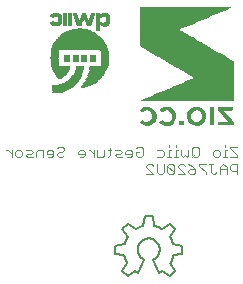
<source format=gbr>
G04 EAGLE Gerber RS-274X export*
G75*
%MOMM*%
%FSLAX34Y34*%
%LPD*%
%INSilkscreen Bottom*%
%IPPOS*%
%AMOC8*
5,1,8,0,0,1.08239X$1,22.5*%
G01*
%ADD10C,0.101600*%
%ADD11R,0.120000X0.020000*%
%ADD12R,0.340000X0.020000*%
%ADD13R,0.320000X0.020000*%
%ADD14R,0.140000X0.020000*%
%ADD15R,0.280000X0.020000*%
%ADD16R,0.360000X0.020000*%
%ADD17R,0.420000X0.020000*%
%ADD18R,0.380000X0.020000*%
%ADD19R,0.480000X0.020000*%
%ADD20R,0.540000X0.020000*%
%ADD21R,0.560000X0.020000*%
%ADD22R,0.400000X0.020000*%
%ADD23R,0.640000X0.020000*%
%ADD24R,0.620000X0.020000*%
%ADD25R,0.700000X0.020000*%
%ADD26R,0.660000X0.020000*%
%ADD27R,0.740000X0.020000*%
%ADD28R,1.080000X0.020000*%
%ADD29R,0.800000X0.020000*%
%ADD30R,1.100000X0.020000*%
%ADD31R,0.440000X0.020000*%
%ADD32R,0.840000X0.020000*%
%ADD33R,1.120000X0.020000*%
%ADD34R,0.460000X0.020000*%
%ADD35R,0.860000X0.020000*%
%ADD36R,0.900000X0.020000*%
%ADD37R,1.140000X0.020000*%
%ADD38R,0.920000X0.020000*%
%ADD39R,1.160000X0.020000*%
%ADD40R,0.960000X0.020000*%
%ADD41R,0.500000X0.020000*%
%ADD42R,0.520000X0.020000*%
%ADD43R,0.940000X0.020000*%
%ADD44R,0.260000X0.020000*%
%ADD45R,0.180000X0.020000*%
%ADD46R,0.580000X0.020000*%
%ADD47R,0.060000X0.020000*%
%ADD48R,0.600000X0.020000*%
%ADD49R,0.300000X0.020000*%
%ADD50R,0.040000X0.020000*%
%ADD51R,0.100000X0.020000*%
%ADD52R,0.160000X0.020000*%
%ADD53R,0.220000X0.020000*%
%ADD54R,0.980000X0.020000*%
%ADD55R,0.880000X0.020000*%
%ADD56R,0.760000X0.020000*%
%ADD57R,1.060000X0.020000*%
%ADD58R,0.720000X0.020000*%
%ADD59R,0.820000X0.020000*%
%ADD60R,1.180000X0.020000*%
%ADD61R,1.340000X0.020000*%
%ADD62R,1.460000X0.020000*%
%ADD63R,1.600000X0.020000*%
%ADD64R,1.700000X0.020000*%
%ADD65R,1.820000X0.020000*%
%ADD66R,1.900000X0.020000*%
%ADD67R,1.980000X0.020000*%
%ADD68R,2.100000X0.020000*%
%ADD69R,2.160000X0.020000*%
%ADD70R,2.260000X0.020000*%
%ADD71R,2.340000X0.020000*%
%ADD72R,2.400000X0.020000*%
%ADD73R,2.480000X0.020000*%
%ADD74R,2.540000X0.020000*%
%ADD75R,2.600000X0.020000*%
%ADD76R,2.680000X0.020000*%
%ADD77R,2.720000X0.020000*%
%ADD78R,2.800000X0.020000*%
%ADD79R,2.840000X0.020000*%
%ADD80R,2.900000X0.020000*%
%ADD81R,2.960000X0.020000*%
%ADD82R,3.000000X0.020000*%
%ADD83R,3.060000X0.020000*%
%ADD84R,3.120000X0.020000*%
%ADD85R,3.160000X0.020000*%
%ADD86R,3.200000X0.020000*%
%ADD87R,3.260000X0.020000*%
%ADD88R,3.300000X0.020000*%
%ADD89R,3.340000X0.020000*%
%ADD90R,3.380000X0.020000*%
%ADD91R,3.420000X0.020000*%
%ADD92R,3.460000X0.020000*%
%ADD93R,3.520000X0.020000*%
%ADD94R,3.540000X0.020000*%
%ADD95R,3.580000X0.020000*%
%ADD96R,3.620000X0.020000*%
%ADD97R,3.660000X0.020000*%
%ADD98R,3.700000X0.020000*%
%ADD99R,3.740000X0.020000*%
%ADD100R,3.780000X0.020000*%
%ADD101R,3.800000X0.020000*%
%ADD102R,3.840000X0.020000*%
%ADD103R,3.860000X0.020000*%
%ADD104R,3.900000X0.020000*%
%ADD105R,3.940000X0.020000*%
%ADD106R,3.960000X0.020000*%
%ADD107R,3.980000X0.020000*%
%ADD108R,4.020000X0.020000*%
%ADD109R,4.060000X0.020000*%
%ADD110R,4.080000X0.020000*%
%ADD111R,4.100000X0.020000*%
%ADD112R,4.120000X0.020000*%
%ADD113R,4.160000X0.020000*%
%ADD114R,4.180000X0.020000*%
%ADD115R,4.200000X0.020000*%
%ADD116R,4.240000X0.020000*%
%ADD117R,4.260000X0.020000*%
%ADD118R,4.280000X0.020000*%
%ADD119R,4.300000X0.020000*%
%ADD120R,4.320000X0.020000*%
%ADD121R,4.340000X0.020000*%
%ADD122R,4.380000X0.020000*%
%ADD123R,4.400000X0.020000*%
%ADD124R,4.440000X0.020000*%
%ADD125R,4.460000X0.020000*%
%ADD126R,4.500000X0.020000*%
%ADD127R,4.520000X0.020000*%
%ADD128R,4.540000X0.020000*%
%ADD129R,4.560000X0.020000*%
%ADD130R,4.580000X0.020000*%
%ADD131R,4.600000X0.020000*%
%ADD132R,4.620000X0.020000*%
%ADD133R,4.640000X0.020000*%
%ADD134R,4.660000X0.020000*%
%ADD135R,4.680000X0.020000*%
%ADD136R,4.700000X0.020000*%
%ADD137R,4.720000X0.020000*%
%ADD138R,4.740000X0.020000*%
%ADD139R,0.680000X0.020000*%
%ADD140R,1.480000X0.020000*%
%ADD141R,1.580000X0.020000*%
%ADD142R,1.560000X0.020000*%
%ADD143R,1.540000X0.020000*%
%ADD144R,1.520000X0.020000*%
%ADD145R,1.500000X0.020000*%
%ADD146R,1.440000X0.020000*%
%ADD147R,1.400000X0.020000*%
%ADD148R,1.420000X0.020000*%
%ADD149R,1.380000X0.020000*%
%ADD150R,1.360000X0.020000*%
%ADD151R,1.320000X0.020000*%
%ADD152R,1.300000X0.020000*%
%ADD153R,1.260000X0.020000*%
%ADD154R,1.220000X0.020000*%
%ADD155R,1.200000X0.020000*%
%ADD156R,1.040000X0.020000*%
%ADD157R,1.020000X0.020000*%
%ADD158R,1.000000X0.020000*%
%ADD159R,1.280000X0.020000*%
%ADD160R,0.780000X0.020000*%
%ADD161R,1.240000X0.020000*%
%ADD162R,0.020000X0.020000*%
%ADD163R,1.840000X0.020000*%
%ADD164R,1.800000X0.020000*%
%ADD165R,1.780000X0.020000*%
%ADD166R,1.760000X0.020000*%
%ADD167R,1.740000X0.020000*%
%ADD168R,1.680000X0.020000*%
%ADD169R,1.660000X0.020000*%
%ADD170R,1.620000X0.020000*%
%ADD171C,0.152400*%

G36*
X220661Y175154D02*
X220661Y175154D01*
X220660Y175154D01*
X220661Y175155D01*
X220658Y177545D01*
X220653Y179932D01*
X220650Y182321D01*
X220645Y184711D01*
X220642Y187098D01*
X220637Y189487D01*
X220634Y191874D01*
X220634Y191877D01*
X220629Y194264D01*
X220626Y196654D01*
X220624Y199041D01*
X220618Y201430D01*
X220616Y203817D01*
X220610Y206207D01*
X220608Y208594D01*
X220603Y208600D01*
X220602Y208604D01*
X218300Y209938D01*
X215998Y211271D01*
X213699Y212605D01*
X209096Y215272D01*
X206797Y216605D01*
X202194Y219272D01*
X199895Y220606D01*
X197593Y221939D01*
X195286Y223278D01*
X192980Y224614D01*
X190675Y225950D01*
X188368Y227289D01*
X186061Y228628D01*
X183757Y229964D01*
X181450Y231303D01*
X179146Y232642D01*
X176839Y233983D01*
X174558Y235316D01*
X176952Y236352D01*
X179377Y237381D01*
X181801Y238408D01*
X184228Y239432D01*
X186655Y240453D01*
X189082Y241475D01*
X191509Y242494D01*
X193938Y243515D01*
X196365Y244531D01*
X198672Y245499D01*
X200976Y246468D01*
X203283Y247433D01*
X205588Y248401D01*
X207895Y249367D01*
X210199Y250335D01*
X212506Y251303D01*
X214810Y252271D01*
X217117Y253239D01*
X219421Y254207D01*
X219422Y254207D01*
X220600Y254709D01*
X220603Y254714D01*
X220607Y254718D01*
X220606Y254720D01*
X220607Y254723D01*
X220600Y254726D01*
X220596Y254732D01*
X215294Y254732D01*
X212643Y254734D01*
X188786Y254734D01*
X186135Y254737D01*
X164933Y254737D01*
X162282Y254740D01*
X141076Y254740D01*
X141065Y254729D01*
X141065Y254728D01*
X141064Y254728D01*
X141067Y252335D01*
X141072Y249940D01*
X141075Y247548D01*
X141080Y245153D01*
X141083Y242761D01*
X141086Y240366D01*
X141091Y237971D01*
X141094Y235579D01*
X141099Y233184D01*
X141102Y230791D01*
X141107Y228396D01*
X141110Y226004D01*
X141115Y223609D01*
X141118Y221214D01*
X141123Y221208D01*
X141124Y221204D01*
X143420Y219876D01*
X145714Y218545D01*
X148010Y217217D01*
X150306Y215886D01*
X152600Y214555D01*
X154896Y213227D01*
X157190Y211896D01*
X159486Y210565D01*
X161782Y209237D01*
X164076Y207906D01*
X170981Y203906D01*
X173282Y202569D01*
X177886Y199902D01*
X180185Y198566D01*
X182486Y197233D01*
X184785Y195894D01*
X187064Y194567D01*
X184640Y193512D01*
X182184Y192470D01*
X179730Y191432D01*
X177274Y190395D01*
X174815Y189360D01*
X172356Y188325D01*
X169897Y187293D01*
X167438Y186261D01*
X165133Y185295D01*
X162826Y184327D01*
X160520Y183359D01*
X158213Y182394D01*
X155908Y181426D01*
X153601Y180457D01*
X151294Y179492D01*
X148990Y178524D01*
X146683Y177556D01*
X144379Y176588D01*
X142699Y175881D01*
X141018Y175174D01*
X141016Y175169D01*
X141011Y175165D01*
X141013Y175163D01*
X141012Y175160D01*
X141018Y175157D01*
X141023Y175151D01*
X146330Y175151D01*
X148984Y175148D01*
X183490Y175148D01*
X186143Y175146D01*
X217995Y175146D01*
X220649Y175143D01*
X220661Y175154D01*
G37*
G36*
X189446Y154002D02*
X189446Y154002D01*
X190835Y154071D01*
X190837Y154073D01*
X190838Y154072D01*
X193023Y154821D01*
X193024Y154823D01*
X193026Y154823D01*
X194925Y156132D01*
X194925Y156134D01*
X194927Y156134D01*
X196383Y157924D01*
X196383Y157926D01*
X196385Y157927D01*
X197257Y160061D01*
X197256Y160063D01*
X197258Y160064D01*
X197439Y162083D01*
X197438Y162084D01*
X197439Y162085D01*
X197210Y164096D01*
X197208Y164098D01*
X197209Y164100D01*
X196182Y166396D01*
X196180Y166397D01*
X196180Y166399D01*
X194524Y168293D01*
X194522Y168293D01*
X194521Y168295D01*
X192990Y169234D01*
X192989Y169234D01*
X192989Y169235D01*
X191319Y169904D01*
X191317Y169903D01*
X191316Y169905D01*
X189446Y170076D01*
X189132Y170105D01*
X189130Y170104D01*
X189129Y170105D01*
X186942Y169913D01*
X186941Y169911D01*
X186939Y169912D01*
X185061Y169147D01*
X185061Y169145D01*
X185059Y169146D01*
X183379Y168015D01*
X183378Y168013D01*
X183377Y168013D01*
X181952Y166324D01*
X181952Y166322D01*
X181950Y166321D01*
X181084Y164292D01*
X181084Y164290D01*
X181083Y164288D01*
X180819Y162094D01*
X180820Y162092D01*
X180819Y162091D01*
X180960Y160278D01*
X180962Y160276D01*
X180961Y160274D01*
X181585Y158568D01*
X181587Y158567D01*
X181586Y158565D01*
X182853Y156645D01*
X182855Y156644D01*
X182855Y156642D01*
X184615Y155165D01*
X184618Y155165D01*
X184618Y155163D01*
X186728Y154240D01*
X186730Y154241D01*
X186731Y154239D01*
X188774Y153967D01*
X188775Y153968D01*
X188776Y153967D01*
X189446Y154002D01*
G37*
G36*
X220661Y154250D02*
X220661Y154250D01*
X220660Y154250D01*
X220661Y154251D01*
X220656Y155558D01*
X220650Y156865D01*
X220647Y156869D01*
X220647Y156873D01*
X219221Y158526D01*
X216367Y161833D01*
X214940Y163487D01*
X212103Y166774D01*
X214139Y166787D01*
X216203Y166801D01*
X218265Y166814D01*
X220329Y166830D01*
X220341Y166841D01*
X220340Y166841D01*
X220341Y166842D01*
X220341Y169824D01*
X220330Y169836D01*
X220330Y169835D01*
X220329Y169836D01*
X207527Y169836D01*
X207516Y169825D01*
X207516Y169824D01*
X207515Y169824D01*
X207515Y167314D01*
X207519Y167310D01*
X207518Y167306D01*
X208956Y165637D01*
X210393Y163967D01*
X211828Y162295D01*
X213266Y160625D01*
X214701Y158956D01*
X216121Y157303D01*
X215484Y157295D01*
X215482Y157295D01*
X214525Y157283D01*
X214523Y157283D01*
X214005Y157277D01*
X213566Y157271D01*
X213564Y157271D01*
X212607Y157259D01*
X212605Y157259D01*
X212604Y157259D01*
X211864Y157250D01*
X211648Y157247D01*
X211646Y157247D01*
X210690Y157235D01*
X210688Y157235D01*
X209732Y157224D01*
X209730Y157224D01*
X209730Y157223D01*
X209722Y157223D01*
X208773Y157212D01*
X208771Y157212D01*
X207814Y157200D01*
X207812Y157200D01*
X207581Y157197D01*
X207569Y157186D01*
X207569Y157185D01*
X207539Y155718D01*
X207510Y154251D01*
X207520Y154239D01*
X207521Y154240D01*
X207522Y154239D01*
X220649Y154239D01*
X220661Y154250D01*
G37*
G36*
X165624Y154082D02*
X165624Y154082D01*
X165626Y154084D01*
X165628Y154083D01*
X167948Y154941D01*
X167949Y154944D01*
X167951Y154943D01*
X169893Y156474D01*
X169893Y156476D01*
X169895Y156477D01*
X171266Y158536D01*
X171266Y158538D01*
X171267Y158538D01*
X171830Y160213D01*
X171830Y160214D01*
X171829Y160215D01*
X171831Y160216D01*
X171959Y161985D01*
X171958Y161986D01*
X171959Y161986D01*
X171804Y163915D01*
X171802Y163916D01*
X171803Y163918D01*
X171118Y165723D01*
X171116Y165724D01*
X171117Y165726D01*
X169973Y167489D01*
X169970Y167489D01*
X169970Y167491D01*
X168373Y168854D01*
X168371Y168854D01*
X168370Y168856D01*
X166466Y169747D01*
X166464Y169746D01*
X166464Y169747D01*
X165125Y170073D01*
X165123Y170072D01*
X165122Y170073D01*
X164893Y170076D01*
X164891Y170076D01*
X164011Y170088D01*
X164009Y170088D01*
X163743Y170092D01*
X163743Y170091D01*
X163743Y170092D01*
X163591Y170088D01*
X163590Y170088D01*
X163088Y170076D01*
X163087Y170076D01*
X162585Y170064D01*
X162583Y170064D01*
X162393Y170060D01*
X162392Y170059D01*
X162391Y170059D01*
X161074Y169793D01*
X161073Y169792D01*
X161072Y169792D01*
X159594Y169203D01*
X159593Y169201D01*
X159592Y169202D01*
X158275Y168313D01*
X158274Y168310D01*
X158271Y168310D01*
X157791Y167544D01*
X157793Y167535D01*
X157792Y167530D01*
X158781Y166368D01*
X158782Y166367D01*
X159806Y165231D01*
X159812Y165230D01*
X159813Y165229D01*
X159818Y165229D01*
X159818Y165230D01*
X159822Y165229D01*
X159822Y165230D01*
X160413Y165664D01*
X162139Y166646D01*
X164100Y166907D01*
X165533Y166609D01*
X166759Y165812D01*
X167957Y164093D01*
X168366Y162039D01*
X167957Y159982D01*
X166759Y158266D01*
X165523Y157465D01*
X164076Y157168D01*
X162107Y157399D01*
X160389Y158406D01*
X159697Y158946D01*
X159681Y158945D01*
X158587Y157860D01*
X157497Y156772D01*
X157496Y156768D01*
X157496Y156767D01*
X157496Y156756D01*
X157497Y156756D01*
X157497Y156755D01*
X158001Y156238D01*
X158002Y156238D01*
X158002Y156237D01*
X159215Y155258D01*
X159217Y155258D01*
X159217Y155257D01*
X160582Y154502D01*
X160585Y154503D01*
X160586Y154501D01*
X163077Y153973D01*
X163078Y153974D01*
X163080Y153972D01*
X165624Y154082D01*
G37*
G36*
X148598Y153996D02*
X148598Y153996D01*
X148599Y153998D01*
X148601Y153997D01*
X150945Y154714D01*
X150946Y154716D01*
X150948Y154716D01*
X153029Y156145D01*
X153029Y156148D01*
X153031Y156148D01*
X154536Y158172D01*
X154535Y158175D01*
X154537Y158176D01*
X155340Y160571D01*
X155339Y160573D01*
X155341Y160574D01*
X155397Y163097D01*
X155395Y163099D01*
X155396Y163099D01*
X155395Y163099D01*
X155396Y163101D01*
X154690Y165525D01*
X154687Y165527D01*
X154688Y165529D01*
X153261Y167609D01*
X153259Y167609D01*
X153259Y167611D01*
X151354Y169121D01*
X151352Y169121D01*
X151351Y169123D01*
X149074Y169968D01*
X149071Y169967D01*
X149070Y169969D01*
X146643Y170126D01*
X146642Y170125D01*
X146640Y170126D01*
X144040Y169630D01*
X144038Y169628D01*
X144036Y169629D01*
X141737Y168319D01*
X141736Y168316D01*
X141734Y168316D01*
X141200Y167604D01*
X141201Y167592D01*
X141201Y167589D01*
X142217Y166394D01*
X143265Y165231D01*
X143281Y165229D01*
X143985Y165736D01*
X145369Y166564D01*
X146942Y166907D01*
X148889Y166657D01*
X150503Y165543D01*
X151671Y163342D01*
X151692Y160847D01*
X150572Y158620D01*
X149062Y157505D01*
X147216Y157146D01*
X145409Y157460D01*
X143830Y158408D01*
X143143Y158936D01*
X143127Y158935D01*
X142097Y157903D01*
X142097Y157902D01*
X141067Y156753D01*
X141067Y156737D01*
X141068Y156737D01*
X141068Y156736D01*
X142775Y155170D01*
X142778Y155170D01*
X142778Y155168D01*
X144605Y154336D01*
X144607Y154337D01*
X144608Y154335D01*
X146584Y153957D01*
X146586Y153958D01*
X146587Y153956D01*
X148598Y153996D01*
G37*
%LPC*%
G36*
X189997Y157273D02*
X189997Y157273D01*
X189619Y157285D01*
X189445Y157290D01*
X189209Y157298D01*
X188837Y157310D01*
X188836Y157310D01*
X188464Y157322D01*
X188092Y157333D01*
X188091Y157333D01*
X187720Y157345D01*
X187719Y157345D01*
X187702Y157346D01*
X185537Y158785D01*
X184560Y160786D01*
X184515Y163010D01*
X185409Y165045D01*
X187117Y166468D01*
X189133Y166934D01*
X189443Y166868D01*
X191160Y166498D01*
X192782Y165213D01*
X193746Y163039D01*
X193647Y160663D01*
X192482Y158594D01*
X190287Y157264D01*
X189997Y157273D01*
G37*
%LPD*%
G36*
X204128Y154250D02*
X204128Y154250D01*
X204127Y154250D01*
X204128Y154251D01*
X204128Y169824D01*
X204118Y169836D01*
X204117Y169835D01*
X204116Y169836D01*
X200702Y169836D01*
X200691Y169825D01*
X200691Y169824D01*
X200691Y154251D01*
X200701Y154239D01*
X200702Y154240D01*
X200702Y154239D01*
X204116Y154239D01*
X204128Y154250D01*
G37*
G36*
X178208Y154250D02*
X178208Y154250D01*
X178207Y154250D01*
X178208Y154251D01*
X178208Y157772D01*
X178197Y157783D01*
X178196Y157783D01*
X174569Y157783D01*
X174557Y157773D01*
X174557Y157772D01*
X174557Y154251D01*
X174567Y154239D01*
X174568Y154240D01*
X174569Y154239D01*
X178196Y154239D01*
X178208Y154250D01*
G37*
D10*
X223520Y136151D02*
X217758Y136151D01*
X217758Y134711D01*
X223520Y128949D01*
X223520Y127508D01*
X217758Y127508D01*
X214633Y133270D02*
X213192Y133270D01*
X213192Y127508D01*
X214633Y127508D02*
X211751Y127508D01*
X213192Y136151D02*
X213192Y137592D01*
X207267Y127508D02*
X204386Y127508D01*
X202945Y128949D01*
X202945Y131830D01*
X204386Y133270D01*
X207267Y133270D01*
X208708Y131830D01*
X208708Y128949D01*
X207267Y127508D01*
X190933Y128949D02*
X190933Y134711D01*
X189492Y136151D01*
X186611Y136151D01*
X185171Y134711D01*
X185171Y128949D01*
X186611Y127508D01*
X189492Y127508D01*
X190933Y128949D01*
X188052Y130389D02*
X185171Y127508D01*
X182045Y128949D02*
X182045Y133270D01*
X182045Y128949D02*
X180605Y127508D01*
X179164Y128949D01*
X177724Y127508D01*
X176283Y128949D01*
X176283Y133270D01*
X173158Y133270D02*
X171717Y133270D01*
X171717Y127508D01*
X170277Y127508D02*
X173158Y127508D01*
X171717Y136151D02*
X171717Y137592D01*
X167233Y133270D02*
X165793Y133270D01*
X165793Y127508D01*
X167233Y127508D02*
X164352Y127508D01*
X165793Y136151D02*
X165793Y137592D01*
X159868Y133270D02*
X155546Y133270D01*
X159868Y133270D02*
X161308Y131830D01*
X161308Y128949D01*
X159868Y127508D01*
X155546Y127508D01*
X139212Y136151D02*
X137771Y134711D01*
X139212Y136151D02*
X142093Y136151D01*
X143533Y134711D01*
X143533Y128949D01*
X142093Y127508D01*
X139212Y127508D01*
X137771Y128949D01*
X137771Y131830D01*
X140652Y131830D01*
X133205Y127508D02*
X130324Y127508D01*
X133205Y127508D02*
X134646Y128949D01*
X134646Y131830D01*
X133205Y133270D01*
X130324Y133270D01*
X128884Y131830D01*
X128884Y130389D01*
X134646Y130389D01*
X125759Y127508D02*
X121437Y127508D01*
X119996Y128949D01*
X121437Y130389D01*
X124318Y130389D01*
X125759Y131830D01*
X124318Y133270D01*
X119996Y133270D01*
X115431Y134711D02*
X115431Y128949D01*
X113990Y127508D01*
X113990Y133270D02*
X116871Y133270D01*
X110946Y133270D02*
X110946Y128949D01*
X109506Y127508D01*
X105184Y127508D01*
X105184Y133270D01*
X102059Y133270D02*
X102059Y127508D01*
X102059Y130389D02*
X99178Y133270D01*
X97737Y133270D01*
X93212Y127508D02*
X90331Y127508D01*
X93212Y127508D02*
X94653Y128949D01*
X94653Y131830D01*
X93212Y133270D01*
X90331Y133270D01*
X88890Y131830D01*
X88890Y130389D01*
X94653Y130389D01*
X72556Y136151D02*
X71116Y134711D01*
X72556Y136151D02*
X75437Y136151D01*
X76878Y134711D01*
X76878Y133270D01*
X75437Y131830D01*
X72556Y131830D01*
X71116Y130389D01*
X71116Y128949D01*
X72556Y127508D01*
X75437Y127508D01*
X76878Y128949D01*
X66550Y127508D02*
X63669Y127508D01*
X66550Y127508D02*
X67990Y128949D01*
X67990Y131830D01*
X66550Y133270D01*
X63669Y133270D01*
X62228Y131830D01*
X62228Y130389D01*
X67990Y130389D01*
X59103Y127508D02*
X59103Y133270D01*
X54781Y133270D01*
X53341Y131830D01*
X53341Y127508D01*
X50216Y127508D02*
X45894Y127508D01*
X44453Y128949D01*
X45894Y130389D01*
X48775Y130389D01*
X50216Y131830D01*
X48775Y133270D01*
X44453Y133270D01*
X39888Y127508D02*
X37006Y127508D01*
X35566Y128949D01*
X35566Y131830D01*
X37006Y133270D01*
X39888Y133270D01*
X41328Y131830D01*
X41328Y128949D01*
X39888Y127508D01*
X32441Y127508D02*
X32441Y133270D01*
X32441Y130389D02*
X29560Y133270D01*
X28119Y133270D01*
X223520Y121673D02*
X223520Y113030D01*
X223520Y121673D02*
X219198Y121673D01*
X217758Y120233D01*
X217758Y117352D01*
X219198Y115911D01*
X223520Y115911D01*
X214633Y113030D02*
X214633Y118792D01*
X211751Y121673D01*
X208870Y118792D01*
X208870Y113030D01*
X208870Y117352D02*
X214633Y117352D01*
X205745Y114471D02*
X204305Y113030D01*
X202864Y113030D01*
X201424Y114471D01*
X201424Y121673D01*
X202864Y121673D02*
X199983Y121673D01*
X196858Y121673D02*
X191096Y121673D01*
X191096Y120233D01*
X196858Y114471D01*
X196858Y113030D01*
X185089Y120233D02*
X182208Y121673D01*
X185089Y120233D02*
X187970Y117352D01*
X187970Y114471D01*
X186530Y113030D01*
X183649Y113030D01*
X182208Y114471D01*
X182208Y115911D01*
X183649Y117352D01*
X187970Y117352D01*
X179083Y113030D02*
X173321Y113030D01*
X179083Y113030D02*
X173321Y118792D01*
X173321Y120233D01*
X174761Y121673D01*
X177642Y121673D01*
X179083Y120233D01*
X170196Y120233D02*
X170196Y114471D01*
X170196Y120233D02*
X168755Y121673D01*
X165874Y121673D01*
X164433Y120233D01*
X164433Y114471D01*
X165874Y113030D01*
X168755Y113030D01*
X170196Y114471D01*
X164433Y120233D01*
X161308Y121673D02*
X161308Y114471D01*
X159868Y113030D01*
X156986Y113030D01*
X155546Y114471D01*
X155546Y121673D01*
X152421Y113030D02*
X146659Y113030D01*
X152421Y113030D02*
X146659Y118792D01*
X146659Y120233D01*
X148099Y121673D01*
X150980Y121673D01*
X152421Y120233D01*
D11*
X111178Y248846D03*
D12*
X105878Y248846D03*
X101678Y248846D03*
D13*
X93778Y248846D03*
X86178Y248846D03*
D12*
X82078Y248846D03*
X77878Y248846D03*
D14*
X70078Y248846D03*
D15*
X111178Y248646D03*
D16*
X105778Y248646D03*
X101578Y248646D03*
X93778Y248646D03*
D12*
X86078Y248646D03*
D16*
X82178Y248646D03*
X77778Y248646D03*
D13*
X69978Y248646D03*
D17*
X111278Y248446D03*
D16*
X105778Y248446D03*
X101578Y248446D03*
D18*
X93878Y248446D03*
D16*
X86178Y248446D03*
X82178Y248446D03*
X77778Y248446D03*
D19*
X69978Y248446D03*
X111178Y248246D03*
D16*
X105778Y248246D03*
X101578Y248246D03*
D18*
X93878Y248246D03*
D12*
X86278Y248246D03*
D16*
X82178Y248246D03*
X77778Y248246D03*
D20*
X70078Y248246D03*
D21*
X111178Y248046D03*
D16*
X105778Y248046D03*
X101378Y248046D03*
D22*
X93778Y248046D03*
D12*
X86278Y248046D03*
D16*
X82178Y248046D03*
X77778Y248046D03*
D23*
X69978Y248046D03*
D24*
X111278Y247846D03*
D16*
X105778Y247846D03*
X101378Y247846D03*
D22*
X93778Y247846D03*
D16*
X86378Y247846D03*
X82178Y247846D03*
X77778Y247846D03*
D25*
X70078Y247846D03*
D26*
X111278Y247646D03*
D18*
X105878Y247646D03*
D12*
X101278Y247646D03*
D17*
X93878Y247646D03*
D12*
X86478Y247646D03*
D16*
X82178Y247646D03*
X77778Y247646D03*
D27*
X70078Y247646D03*
D28*
X109378Y247446D03*
D16*
X101178Y247446D03*
D17*
X93878Y247446D03*
D12*
X86478Y247446D03*
D16*
X82178Y247446D03*
X77778Y247446D03*
D29*
X69978Y247446D03*
D30*
X109478Y247246D03*
D16*
X101178Y247246D03*
D31*
X93778Y247246D03*
D12*
X86478Y247246D03*
D16*
X82178Y247246D03*
X77778Y247246D03*
D32*
X69978Y247246D03*
D33*
X109578Y247046D03*
D12*
X101078Y247046D03*
D34*
X93878Y247046D03*
D12*
X86678Y247046D03*
D16*
X82178Y247046D03*
X77778Y247046D03*
D35*
X70078Y247046D03*
D33*
X109578Y246846D03*
D12*
X101078Y246846D03*
D34*
X93878Y246846D03*
D12*
X86678Y246846D03*
D16*
X82178Y246846D03*
X77778Y246846D03*
D36*
X70078Y246846D03*
D37*
X109678Y246646D03*
D16*
X100978Y246646D03*
D19*
X93778Y246646D03*
D13*
X86778Y246646D03*
D16*
X82178Y246646D03*
X77778Y246646D03*
D38*
X69978Y246646D03*
D39*
X109778Y246446D03*
D12*
X100878Y246446D03*
D19*
X93778Y246446D03*
D12*
X86878Y246446D03*
D16*
X82178Y246446D03*
X77778Y246446D03*
D40*
X69978Y246446D03*
D39*
X109778Y246246D03*
D12*
X100878Y246246D03*
D41*
X93878Y246246D03*
D12*
X86878Y246246D03*
D16*
X82178Y246246D03*
X77778Y246246D03*
D40*
X70178Y246246D03*
D39*
X109778Y246046D03*
D16*
X100778Y246046D03*
D42*
X93778Y246046D03*
D12*
X86878Y246046D03*
D16*
X82178Y246046D03*
X77778Y246046D03*
D43*
X70278Y246046D03*
D19*
X113378Y245846D03*
D20*
X106678Y245846D03*
D12*
X100678Y245846D03*
D42*
X93778Y245846D03*
D13*
X86978Y245846D03*
D16*
X82178Y245846D03*
X77778Y245846D03*
D19*
X72778Y245846D03*
D13*
X67578Y245846D03*
D34*
X113678Y245646D03*
D41*
X106478Y245646D03*
D12*
X100678Y245646D03*
D42*
X93778Y245646D03*
D12*
X87078Y245646D03*
D16*
X82178Y245646D03*
X77778Y245646D03*
D31*
X72978Y245646D03*
D44*
X67478Y245646D03*
D17*
X113878Y245446D03*
D34*
X106278Y245446D03*
D16*
X100578Y245446D03*
D20*
X93878Y245446D03*
D13*
X87178Y245446D03*
D16*
X82178Y245446D03*
X77778Y245446D03*
D17*
X73278Y245446D03*
D45*
X67478Y245446D03*
D22*
X113978Y245246D03*
D31*
X106178Y245246D03*
D12*
X100478Y245246D03*
D20*
X93878Y245246D03*
D13*
X87178Y245246D03*
D16*
X82178Y245246D03*
X77778Y245246D03*
D22*
X73378Y245246D03*
D11*
X67578Y245246D03*
D22*
X113978Y245046D03*
D17*
X106078Y245046D03*
D12*
X100478Y245046D03*
D46*
X93878Y245046D03*
D12*
X87278Y245046D03*
D16*
X82178Y245046D03*
X77778Y245046D03*
D18*
X73478Y245046D03*
D47*
X67678Y245046D03*
D18*
X114078Y244846D03*
D22*
X105978Y244846D03*
D13*
X100378Y244846D03*
D46*
X93878Y244846D03*
D13*
X87378Y244846D03*
D16*
X82178Y244846D03*
X77778Y244846D03*
X73578Y244846D03*
D18*
X114278Y244646D03*
D22*
X105978Y244646D03*
D12*
X100278Y244646D03*
D48*
X93778Y244646D03*
D13*
X87378Y244646D03*
D16*
X82178Y244646D03*
X77778Y244646D03*
D18*
X73678Y244646D03*
X114278Y244446D03*
D22*
X105978Y244446D03*
D12*
X100278Y244446D03*
D48*
X93778Y244446D03*
D13*
X87578Y244446D03*
D16*
X82178Y244446D03*
X77778Y244446D03*
D18*
X73678Y244446D03*
X114278Y244246D03*
X105878Y244246D03*
D13*
X100178Y244246D03*
D15*
X95378Y244246D03*
D49*
X92278Y244246D03*
D13*
X87578Y244246D03*
D16*
X82178Y244246D03*
X77778Y244246D03*
X73778Y244246D03*
X114378Y244046D03*
D18*
X105878Y244046D03*
D12*
X100078Y244046D03*
D15*
X95578Y244046D03*
D49*
X92278Y244046D03*
D13*
X87578Y244046D03*
D16*
X82178Y244046D03*
X77778Y244046D03*
X73778Y244046D03*
X114378Y243846D03*
D18*
X105878Y243846D03*
D12*
X100078Y243846D03*
D15*
X95578Y243846D03*
D49*
X92078Y243846D03*
X87678Y243846D03*
D16*
X82178Y243846D03*
X77778Y243846D03*
X73778Y243846D03*
X114378Y243646D03*
X105778Y243646D03*
D13*
X99978Y243646D03*
D49*
X95678Y243646D03*
X92078Y243646D03*
D13*
X87778Y243646D03*
D16*
X82178Y243646D03*
X77778Y243646D03*
X73778Y243646D03*
X114378Y243446D03*
X105778Y243446D03*
D12*
X99878Y243446D03*
D49*
X95678Y243446D03*
X92078Y243446D03*
D13*
X87778Y243446D03*
D16*
X82178Y243446D03*
X77778Y243446D03*
X73778Y243446D03*
X114378Y243246D03*
X105778Y243246D03*
D13*
X99778Y243246D03*
D15*
X95778Y243246D03*
X91978Y243246D03*
D49*
X87878Y243246D03*
D16*
X82178Y243246D03*
X77778Y243246D03*
X73778Y243246D03*
X114378Y243046D03*
X105778Y243046D03*
D13*
X99778Y243046D03*
D15*
X95778Y243046D03*
D49*
X91878Y243046D03*
D13*
X87978Y243046D03*
D16*
X82178Y243046D03*
X77778Y243046D03*
X73778Y243046D03*
X114378Y242846D03*
X105778Y242846D03*
D13*
X99778Y242846D03*
D15*
X95978Y242846D03*
D49*
X91878Y242846D03*
X88078Y242846D03*
D16*
X82178Y242846D03*
X77778Y242846D03*
X73778Y242846D03*
X114378Y242646D03*
D18*
X105878Y242646D03*
D12*
X99678Y242646D03*
D15*
X95978Y242646D03*
D49*
X91678Y242646D03*
X88078Y242646D03*
D16*
X82178Y242646D03*
X77778Y242646D03*
X73778Y242646D03*
X114378Y242446D03*
D18*
X105878Y242446D03*
D13*
X99578Y242446D03*
D15*
X95978Y242446D03*
D49*
X91678Y242446D03*
X88078Y242446D03*
D16*
X82178Y242446D03*
X77778Y242446D03*
X73778Y242446D03*
D18*
X114278Y242246D03*
X105878Y242246D03*
D13*
X99578Y242246D03*
D15*
X95978Y242246D03*
D49*
X91678Y242246D03*
D13*
X88178Y242246D03*
D16*
X82178Y242246D03*
X77778Y242246D03*
D18*
X73678Y242246D03*
X114278Y242046D03*
D22*
X105978Y242046D03*
D13*
X99378Y242046D03*
D15*
X96178Y242046D03*
D49*
X91678Y242046D03*
X88278Y242046D03*
D16*
X82178Y242046D03*
X77778Y242046D03*
D18*
X73678Y242046D03*
X114278Y241846D03*
D22*
X105978Y241846D03*
D24*
X97878Y241846D03*
X89878Y241846D03*
D16*
X82178Y241846D03*
X77778Y241846D03*
D18*
X73478Y241846D03*
D50*
X67578Y241846D03*
D18*
X114078Y241646D03*
D22*
X105978Y241646D03*
D24*
X97878Y241646D03*
D48*
X89978Y241646D03*
D16*
X82178Y241646D03*
X77778Y241646D03*
D18*
X73478Y241646D03*
D51*
X67478Y241646D03*
D22*
X113978Y241446D03*
D17*
X106078Y241446D03*
D46*
X97878Y241446D03*
X89878Y241446D03*
D16*
X82178Y241446D03*
X77778Y241446D03*
D22*
X73378Y241446D03*
D52*
X67378Y241446D03*
D22*
X113978Y241246D03*
D31*
X106178Y241246D03*
D46*
X97878Y241246D03*
X89878Y241246D03*
D16*
X82178Y241246D03*
X77778Y241246D03*
D17*
X73278Y241246D03*
D53*
X67278Y241246D03*
D17*
X113878Y241046D03*
D34*
X106278Y241046D03*
D46*
X97878Y241046D03*
D21*
X89978Y241046D03*
D16*
X82178Y241046D03*
X77778Y241046D03*
D31*
X72978Y241046D03*
D15*
X67378Y241046D03*
D31*
X113578Y240846D03*
D19*
X106378Y240846D03*
D20*
X97878Y240846D03*
D21*
X89978Y240846D03*
D16*
X82178Y240846D03*
X77778Y240846D03*
D40*
X70378Y240846D03*
D34*
X113478Y240646D03*
D42*
X106578Y240646D03*
D20*
X97878Y240646D03*
X89878Y240646D03*
D16*
X82178Y240646D03*
X77778Y240646D03*
D40*
X70178Y240646D03*
D42*
X112978Y240446D03*
D48*
X106978Y240446D03*
D42*
X97778Y240446D03*
X89978Y240446D03*
D16*
X82178Y240446D03*
X77778Y240446D03*
D54*
X70078Y240446D03*
D39*
X109778Y240246D03*
D41*
X97878Y240246D03*
D42*
X89978Y240246D03*
D16*
X82178Y240246D03*
X77778Y240246D03*
D43*
X70078Y240246D03*
D39*
X109778Y240046D03*
D41*
X97878Y240046D03*
D19*
X89978Y240046D03*
D16*
X82178Y240046D03*
X77778Y240046D03*
D38*
X69978Y240046D03*
D37*
X109678Y239846D03*
D19*
X97778Y239846D03*
X89978Y239846D03*
D16*
X82178Y239846D03*
X77778Y239846D03*
D55*
X69978Y239846D03*
D33*
X109578Y239646D03*
D19*
X97778Y239646D03*
X89978Y239646D03*
D16*
X82178Y239646D03*
X77778Y239646D03*
D32*
X69978Y239646D03*
D30*
X109478Y239446D03*
D34*
X97878Y239446D03*
D31*
X89978Y239446D03*
D16*
X82178Y239446D03*
X77778Y239446D03*
D29*
X69978Y239446D03*
D28*
X109378Y239246D03*
D31*
X97778Y239246D03*
X89978Y239246D03*
D16*
X82178Y239246D03*
X77778Y239246D03*
D56*
X69978Y239246D03*
D57*
X109278Y239046D03*
D17*
X97878Y239046D03*
D31*
X89978Y239046D03*
D16*
X82178Y239046D03*
X77778Y239046D03*
D58*
X69978Y239046D03*
D23*
X111178Y238846D03*
D18*
X105878Y238846D03*
D22*
X97778Y238846D03*
D17*
X90078Y238846D03*
D16*
X82178Y238846D03*
X77778Y238846D03*
D23*
X69978Y238846D03*
D48*
X111178Y238646D03*
D16*
X105778Y238646D03*
D22*
X97778Y238646D03*
X89978Y238646D03*
D16*
X82178Y238646D03*
X77778Y238646D03*
D48*
X69978Y238646D03*
D21*
X111178Y238446D03*
D16*
X105778Y238446D03*
D22*
X97778Y238446D03*
D18*
X90078Y238446D03*
D16*
X82178Y238446D03*
X77778Y238446D03*
D41*
X70078Y238446D03*
D19*
X111178Y238246D03*
D16*
X105778Y238246D03*
X97778Y238246D03*
D18*
X90078Y238246D03*
D16*
X82178Y238246D03*
X77778Y238246D03*
X69978Y238246D03*
D22*
X111178Y238046D03*
D16*
X105778Y238046D03*
X97778Y238046D03*
X89978Y238046D03*
D12*
X82078Y238046D03*
D16*
X77778Y238046D03*
D53*
X70078Y238046D03*
D15*
X111178Y237846D03*
D16*
X105778Y237846D03*
D51*
X111078Y237646D03*
D16*
X105778Y237646D03*
X105778Y237446D03*
X105778Y237246D03*
X105778Y237046D03*
X105778Y236846D03*
X105778Y236646D03*
X105778Y236446D03*
X105778Y236246D03*
X105778Y236046D03*
X105778Y235846D03*
X105778Y235646D03*
X105778Y235446D03*
D17*
X90078Y235446D03*
D16*
X105778Y235246D03*
D59*
X90078Y235246D03*
D16*
X105778Y235046D03*
D54*
X90078Y235046D03*
D16*
X105778Y234846D03*
D60*
X90078Y234846D03*
D16*
X105778Y234646D03*
D61*
X90078Y234646D03*
D16*
X105778Y234446D03*
D62*
X90078Y234446D03*
D16*
X105778Y234246D03*
D63*
X89978Y234246D03*
D12*
X105878Y234046D03*
D64*
X90078Y234046D03*
D65*
X90078Y233846D03*
D66*
X90078Y233646D03*
D67*
X90078Y233446D03*
D68*
X90078Y233246D03*
D69*
X89978Y233046D03*
D70*
X90078Y232846D03*
D71*
X90078Y232646D03*
D72*
X89978Y232446D03*
D73*
X89978Y232246D03*
D74*
X90078Y232046D03*
D75*
X89978Y231846D03*
D76*
X89978Y231646D03*
D77*
X89978Y231446D03*
D78*
X89978Y231246D03*
D79*
X89978Y231046D03*
D80*
X90078Y230846D03*
D81*
X89978Y230646D03*
D82*
X89978Y230446D03*
D83*
X90078Y230246D03*
D84*
X89978Y230046D03*
D85*
X89978Y229846D03*
D86*
X89978Y229646D03*
D87*
X90078Y229446D03*
D88*
X90078Y229246D03*
D89*
X90078Y229046D03*
D90*
X90078Y228846D03*
D91*
X90078Y228646D03*
D92*
X90078Y228446D03*
D93*
X89978Y228246D03*
D94*
X90078Y228046D03*
D95*
X90078Y227846D03*
D96*
X90078Y227646D03*
D97*
X90078Y227446D03*
D98*
X90078Y227246D03*
D99*
X90078Y227046D03*
D100*
X90078Y226846D03*
D101*
X89978Y226646D03*
D102*
X89978Y226446D03*
D103*
X90078Y226246D03*
D104*
X90078Y226046D03*
D105*
X90078Y225846D03*
D106*
X89978Y225646D03*
D107*
X90078Y225446D03*
D108*
X90078Y225246D03*
D109*
X90078Y225046D03*
D110*
X89978Y224846D03*
D111*
X90078Y224646D03*
D112*
X89978Y224446D03*
D113*
X89978Y224246D03*
D114*
X90078Y224046D03*
D115*
X89978Y223846D03*
D116*
X89978Y223646D03*
D117*
X90078Y223446D03*
D118*
X89978Y223246D03*
D119*
X90078Y223046D03*
D120*
X89978Y222846D03*
D121*
X90078Y222646D03*
D122*
X90078Y222446D03*
X90078Y222246D03*
D123*
X89978Y222046D03*
D124*
X89978Y221846D03*
D125*
X90078Y221646D03*
X90078Y221446D03*
D126*
X90078Y221246D03*
D127*
X89978Y221046D03*
X89978Y220846D03*
D128*
X90078Y220646D03*
D129*
X89978Y220446D03*
D130*
X90078Y220246D03*
D131*
X89978Y220046D03*
X89978Y219846D03*
D132*
X90078Y219646D03*
D133*
X89978Y219446D03*
D134*
X90078Y219246D03*
X90078Y219046D03*
D135*
X89978Y218846D03*
D136*
X90078Y218646D03*
D137*
X89978Y218446D03*
X89978Y218246D03*
D138*
X90078Y218046D03*
X90078Y217846D03*
D48*
X110778Y217646D03*
D23*
X69378Y217646D03*
D48*
X110978Y217446D03*
D24*
X69278Y217446D03*
D46*
X111078Y217246D03*
D24*
X69278Y217246D03*
D46*
X111078Y217046D03*
D24*
X69278Y217046D03*
D46*
X111078Y216846D03*
D23*
X69178Y216846D03*
D48*
X111178Y216646D03*
D23*
X69178Y216646D03*
D48*
X111178Y216446D03*
D23*
X69178Y216446D03*
D48*
X111178Y216246D03*
D26*
X69078Y216246D03*
D48*
X111178Y216046D03*
D26*
X69078Y216046D03*
D24*
X111278Y215846D03*
D26*
X69078Y215846D03*
D24*
X111278Y215646D03*
D26*
X69078Y215646D03*
D24*
X111278Y215446D03*
D26*
X69078Y215446D03*
D24*
X111278Y215246D03*
D26*
X69078Y215246D03*
D24*
X111278Y215046D03*
D139*
X68978Y215046D03*
D23*
X111378Y214846D03*
D139*
X68978Y214846D03*
D23*
X111378Y214646D03*
D139*
X68978Y214646D03*
D23*
X111378Y214446D03*
D139*
X68978Y214446D03*
D23*
X111378Y214246D03*
D139*
X68978Y214246D03*
D23*
X111378Y214046D03*
D25*
X68878Y214046D03*
D23*
X111378Y213846D03*
D25*
X68878Y213846D03*
D23*
X111378Y213646D03*
D25*
X68878Y213646D03*
D23*
X111378Y213446D03*
D25*
X68878Y213446D03*
D23*
X111378Y213246D03*
D25*
X68878Y213246D03*
D23*
X111378Y213046D03*
D25*
X68878Y213046D03*
D26*
X111478Y212846D03*
D34*
X101078Y212846D03*
D19*
X93978Y212846D03*
X86778Y212846D03*
D34*
X79678Y212846D03*
D25*
X68878Y212846D03*
D26*
X111478Y212646D03*
D19*
X101178Y212646D03*
X93978Y212646D03*
D41*
X86678Y212646D03*
D19*
X79578Y212646D03*
D25*
X68878Y212646D03*
D26*
X111478Y212446D03*
D19*
X101178Y212446D03*
X93978Y212446D03*
D41*
X86678Y212446D03*
D19*
X79578Y212446D03*
D25*
X68878Y212446D03*
D26*
X111478Y212246D03*
D19*
X101178Y212246D03*
X93978Y212246D03*
D41*
X86678Y212246D03*
D19*
X79578Y212246D03*
D25*
X68878Y212246D03*
D26*
X111478Y212046D03*
D19*
X101178Y212046D03*
X93978Y212046D03*
D41*
X86678Y212046D03*
D19*
X79578Y212046D03*
D25*
X68878Y212046D03*
D26*
X111478Y211846D03*
D19*
X101178Y211846D03*
X93978Y211846D03*
D41*
X86678Y211846D03*
D19*
X79578Y211846D03*
D25*
X68878Y211846D03*
D26*
X111478Y211646D03*
D19*
X101178Y211646D03*
X93978Y211646D03*
D41*
X86678Y211646D03*
D19*
X79578Y211646D03*
D25*
X68878Y211646D03*
D26*
X111478Y211446D03*
D19*
X101178Y211446D03*
X93978Y211446D03*
D41*
X86678Y211446D03*
D19*
X79578Y211446D03*
D58*
X68778Y211446D03*
D26*
X111478Y211246D03*
D19*
X101178Y211246D03*
X93978Y211246D03*
D41*
X86678Y211246D03*
D19*
X79578Y211246D03*
D58*
X68778Y211246D03*
D26*
X111478Y211046D03*
D19*
X101178Y211046D03*
X93978Y211046D03*
D41*
X86678Y211046D03*
D19*
X79578Y211046D03*
D58*
X68778Y211046D03*
D26*
X111478Y210846D03*
D19*
X101178Y210846D03*
X93978Y210846D03*
D41*
X86678Y210846D03*
D19*
X79578Y210846D03*
D58*
X68778Y210846D03*
D26*
X111478Y210646D03*
D19*
X101178Y210646D03*
X93978Y210646D03*
D41*
X86678Y210646D03*
D19*
X79578Y210646D03*
D58*
X68778Y210646D03*
D26*
X111478Y210446D03*
D19*
X101178Y210446D03*
X93978Y210446D03*
D41*
X86678Y210446D03*
D19*
X79578Y210446D03*
D58*
X68778Y210446D03*
D26*
X111478Y210246D03*
D19*
X101178Y210246D03*
X93978Y210246D03*
D41*
X86678Y210246D03*
D19*
X79578Y210246D03*
D58*
X68778Y210246D03*
D26*
X111478Y210046D03*
D19*
X101178Y210046D03*
X93978Y210046D03*
D41*
X86678Y210046D03*
D19*
X79578Y210046D03*
D58*
X68778Y210046D03*
D26*
X111478Y209846D03*
D19*
X101178Y209846D03*
X93978Y209846D03*
D41*
X86678Y209846D03*
D19*
X79578Y209846D03*
D25*
X68878Y209846D03*
D26*
X111478Y209646D03*
D19*
X101178Y209646D03*
X93978Y209646D03*
D41*
X86678Y209646D03*
D19*
X79578Y209646D03*
D25*
X68878Y209646D03*
D26*
X111478Y209446D03*
D19*
X101178Y209446D03*
X93978Y209446D03*
D41*
X86678Y209446D03*
D19*
X79578Y209446D03*
D25*
X68878Y209446D03*
D26*
X111478Y209246D03*
D19*
X101178Y209246D03*
X93978Y209246D03*
D41*
X86678Y209246D03*
D19*
X79578Y209246D03*
D25*
X68878Y209246D03*
D26*
X111478Y209046D03*
D19*
X101178Y209046D03*
X93978Y209046D03*
D41*
X86678Y209046D03*
D19*
X79578Y209046D03*
D25*
X68878Y209046D03*
D26*
X111478Y208846D03*
D19*
X101178Y208846D03*
X93978Y208846D03*
D41*
X86678Y208846D03*
D19*
X79578Y208846D03*
D25*
X68878Y208846D03*
D26*
X111478Y208646D03*
D19*
X101178Y208646D03*
X93978Y208646D03*
D41*
X86678Y208646D03*
D19*
X79578Y208646D03*
D25*
X68878Y208646D03*
D23*
X111378Y208446D03*
D19*
X101178Y208446D03*
X93978Y208446D03*
D41*
X86678Y208446D03*
D19*
X79578Y208446D03*
D25*
X68878Y208446D03*
D23*
X111378Y208246D03*
D34*
X101078Y208246D03*
D19*
X93978Y208246D03*
X86778Y208246D03*
D34*
X79678Y208246D03*
D25*
X68878Y208246D03*
D23*
X111378Y208046D03*
D25*
X68878Y208046D03*
D23*
X111378Y207846D03*
D25*
X68878Y207846D03*
D23*
X111378Y207646D03*
D25*
X68878Y207646D03*
D23*
X111378Y207446D03*
D25*
X68878Y207446D03*
D23*
X111378Y207246D03*
D25*
X68878Y207246D03*
D23*
X111378Y207046D03*
D139*
X68978Y207046D03*
D23*
X111378Y206846D03*
D139*
X68978Y206846D03*
D23*
X111378Y206646D03*
D139*
X68978Y206646D03*
D24*
X111278Y206446D03*
D139*
X68978Y206446D03*
D24*
X111278Y206246D03*
D26*
X69078Y206246D03*
D24*
X111278Y206046D03*
D26*
X69078Y206046D03*
D24*
X111278Y205846D03*
D26*
X69078Y205846D03*
D24*
X111278Y205646D03*
D26*
X69078Y205646D03*
D48*
X111178Y205446D03*
D26*
X69078Y205446D03*
D48*
X111178Y205246D03*
D26*
X69078Y205246D03*
D48*
X111178Y205046D03*
D23*
X69178Y205046D03*
D48*
X111178Y204846D03*
D23*
X69178Y204846D03*
D46*
X111078Y204646D03*
D23*
X69178Y204646D03*
D46*
X111078Y204446D03*
D23*
X69178Y204446D03*
D46*
X111078Y204246D03*
D24*
X69278Y204246D03*
D46*
X111078Y204046D03*
D24*
X69278Y204046D03*
D21*
X110978Y203846D03*
D24*
X69278Y203846D03*
D21*
X110978Y203646D03*
D48*
X69378Y203646D03*
D46*
X110878Y203446D03*
D24*
X69478Y203446D03*
D140*
X106178Y203246D03*
D26*
X90478Y203246D03*
D141*
X74278Y203246D03*
D140*
X106178Y203046D03*
D26*
X90478Y203046D03*
D141*
X74278Y203046D03*
D140*
X106178Y202846D03*
D26*
X90478Y202846D03*
D142*
X74378Y202846D03*
D140*
X106178Y202646D03*
D139*
X90378Y202646D03*
D143*
X74278Y202646D03*
D62*
X106078Y202446D03*
D139*
X90378Y202446D03*
D144*
X74378Y202446D03*
D140*
X105978Y202246D03*
D139*
X90378Y202246D03*
D144*
X74378Y202246D03*
D62*
X105878Y202046D03*
D139*
X90378Y202046D03*
D144*
X74378Y202046D03*
D62*
X105878Y201846D03*
D25*
X90278Y201846D03*
D145*
X74278Y201846D03*
D62*
X105878Y201646D03*
D139*
X90178Y201646D03*
D140*
X74378Y201646D03*
D146*
X105778Y201446D03*
D139*
X90178Y201446D03*
D62*
X74278Y201446D03*
D146*
X105778Y201246D03*
D139*
X90178Y201246D03*
D146*
X74378Y201246D03*
X105578Y201046D03*
D25*
X90078Y201046D03*
D146*
X74378Y201046D03*
X105578Y200846D03*
D25*
X90078Y200846D03*
D147*
X74378Y200846D03*
D148*
X105478Y200646D03*
D139*
X89978Y200646D03*
D147*
X74378Y200646D03*
D148*
X105478Y200446D03*
D25*
X89878Y200446D03*
D149*
X74278Y200446D03*
D148*
X105478Y200246D03*
D25*
X89878Y200246D03*
D150*
X74378Y200246D03*
D147*
X105378Y200046D03*
D25*
X89878Y200046D03*
D151*
X74378Y200046D03*
D148*
X105278Y199846D03*
D25*
X89678Y199846D03*
D151*
X74378Y199846D03*
D147*
X105178Y199646D03*
D25*
X89678Y199646D03*
D152*
X74278Y199646D03*
D147*
X105178Y199446D03*
D25*
X89678Y199446D03*
D153*
X74278Y199446D03*
D149*
X105078Y199246D03*
D58*
X89578Y199246D03*
D153*
X74278Y199246D03*
D147*
X104978Y199046D03*
D25*
X89478Y199046D03*
D154*
X74278Y199046D03*
D149*
X104878Y198846D03*
D58*
X89378Y198846D03*
D155*
X74378Y198846D03*
D150*
X104778Y198646D03*
D58*
X89378Y198646D03*
D60*
X74278Y198646D03*
D150*
X104778Y198446D03*
D58*
X89178Y198446D03*
D37*
X74278Y198446D03*
D150*
X104578Y198246D03*
D58*
X89178Y198246D03*
D37*
X74278Y198246D03*
D150*
X104578Y198046D03*
D27*
X89078Y198046D03*
D30*
X74278Y198046D03*
D61*
X104478Y197846D03*
D58*
X88978Y197846D03*
D28*
X74178Y197846D03*
D151*
X104378Y197646D03*
D27*
X88878Y197646D03*
D156*
X74178Y197646D03*
D61*
X104278Y197446D03*
D27*
X88878Y197446D03*
D157*
X74278Y197446D03*
D151*
X104178Y197246D03*
D27*
X88678Y197246D03*
D158*
X74178Y197246D03*
D61*
X104078Y197046D03*
D27*
X88678Y197046D03*
D40*
X74178Y197046D03*
D151*
X103978Y196846D03*
D27*
X88478Y196846D03*
D38*
X74178Y196846D03*
D152*
X103878Y196646D03*
D56*
X88378Y196646D03*
D36*
X74078Y196646D03*
D152*
X103878Y196446D03*
D56*
X88378Y196446D03*
D35*
X74078Y196446D03*
D152*
X103678Y196246D03*
D56*
X88178Y196246D03*
D59*
X74078Y196246D03*
D159*
X103578Y196046D03*
D56*
X88178Y196046D03*
D29*
X73978Y196046D03*
D159*
X103378Y195846D03*
D56*
X87978Y195846D03*
X73978Y195846D03*
D159*
X103378Y195646D03*
D160*
X87878Y195646D03*
D25*
X73878Y195646D03*
D153*
X103278Y195446D03*
D160*
X87678Y195446D03*
D26*
X73878Y195446D03*
D153*
X103078Y195246D03*
D160*
X87678Y195246D03*
D23*
X73778Y195246D03*
D153*
X103078Y195046D03*
D160*
X87478Y195046D03*
D48*
X73778Y195046D03*
D154*
X102878Y194846D03*
D29*
X87378Y194846D03*
D20*
X73678Y194846D03*
D161*
X102778Y194646D03*
D29*
X87178Y194646D03*
D19*
X73578Y194646D03*
D154*
X102678Y194446D03*
D29*
X87178Y194446D03*
D31*
X73578Y194446D03*
D154*
X102478Y194246D03*
D29*
X86978Y194246D03*
D18*
X73478Y194246D03*
D155*
X102378Y194046D03*
D59*
X86878Y194046D03*
D13*
X73378Y194046D03*
D155*
X102178Y193846D03*
D59*
X86678Y193846D03*
D15*
X73178Y193846D03*
D60*
X102078Y193646D03*
D32*
X86578Y193646D03*
D53*
X73078Y193646D03*
D60*
X101878Y193446D03*
D32*
X86378Y193446D03*
D14*
X72878Y193446D03*
D39*
X101778Y193246D03*
D32*
X86178Y193246D03*
D162*
X72878Y193246D03*
D39*
X101578Y193046D03*
D35*
X86078Y193046D03*
D37*
X101478Y192846D03*
D35*
X85878Y192846D03*
D37*
X101278Y192646D03*
D55*
X85778Y192646D03*
D33*
X101178Y192446D03*
D55*
X85578Y192446D03*
D33*
X100978Y192246D03*
D55*
X85378Y192246D03*
D30*
X100878Y192046D03*
D55*
X85178Y192046D03*
D30*
X100678Y191846D03*
D38*
X84978Y191846D03*
D28*
X100578Y191646D03*
D38*
X84778Y191646D03*
D28*
X100378Y191446D03*
D38*
X84578Y191446D03*
D156*
X100178Y191246D03*
D40*
X84378Y191246D03*
D156*
X99978Y191046D03*
D40*
X84178Y191046D03*
D156*
X99778Y190846D03*
D40*
X83978Y190846D03*
D158*
X99578Y190646D03*
D54*
X83678Y190646D03*
D158*
X99378Y190446D03*
D157*
X83478Y190446D03*
D40*
X99178Y190246D03*
D157*
X83278Y190246D03*
D40*
X98978Y190046D03*
D156*
X82978Y190046D03*
D43*
X98678Y189846D03*
D57*
X82678Y189846D03*
D43*
X98478Y189646D03*
D28*
X82378Y189646D03*
D36*
X98278Y189446D03*
D30*
X82078Y189446D03*
D55*
X97978Y189246D03*
D33*
X81778Y189246D03*
D35*
X97878Y189046D03*
D39*
X81378Y189046D03*
D32*
X97578Y188846D03*
D60*
X81078Y188846D03*
D59*
X97278Y188646D03*
D161*
X80578Y188646D03*
D29*
X96978Y188446D03*
D159*
X80178Y188446D03*
D56*
X96778Y188246D03*
D61*
X79678Y188246D03*
D27*
X96478Y188046D03*
D148*
X79078Y188046D03*
D58*
X96178Y187846D03*
D143*
X78278Y187846D03*
D47*
X69278Y187846D03*
D139*
X95778Y187646D03*
D163*
X76578Y187646D03*
D26*
X95478Y187446D03*
D65*
X76478Y187446D03*
D46*
X95078Y187246D03*
D164*
X76378Y187246D03*
D20*
X94678Y187046D03*
D165*
X76278Y187046D03*
D41*
X94278Y186846D03*
D166*
X76178Y186846D03*
D31*
X93778Y186646D03*
D167*
X76078Y186646D03*
D22*
X93378Y186446D03*
D64*
X75878Y186446D03*
D49*
X92678Y186246D03*
D168*
X75778Y186246D03*
D11*
X91978Y186046D03*
D169*
X75678Y186046D03*
D170*
X75478Y185846D03*
D63*
X75378Y185646D03*
D142*
X75178Y185446D03*
D143*
X75078Y185246D03*
D144*
X74978Y185046D03*
D140*
X74778Y184846D03*
D146*
X74578Y184646D03*
D148*
X74478Y184446D03*
D149*
X74278Y184246D03*
D61*
X74078Y184046D03*
D152*
X73878Y183846D03*
D153*
X73678Y183646D03*
D154*
X73478Y183446D03*
D60*
X73278Y183246D03*
D33*
X72978Y183046D03*
D28*
X72778Y182846D03*
D157*
X72478Y182646D03*
D54*
X72278Y182446D03*
D36*
X71878Y182246D03*
D32*
X71578Y182046D03*
D160*
X71278Y181846D03*
D139*
X70778Y181646D03*
D48*
X70378Y181446D03*
D31*
X69578Y181246D03*
D171*
X152654Y40640D02*
X157734Y29210D01*
X160274Y30734D01*
X166370Y26416D01*
X170942Y31242D01*
X166878Y37338D01*
X169418Y44196D02*
X177038Y45466D01*
X177038Y52070D01*
X169418Y53594D01*
X166624Y59944D02*
X171196Y66548D01*
X166370Y71120D01*
X159766Y66548D01*
X153416Y69088D02*
X152146Y77216D01*
X145288Y77216D01*
X144018Y69088D01*
X137668Y66548D02*
X131064Y71120D01*
X126238Y66548D01*
X130810Y59944D01*
X128016Y53594D02*
X120396Y52070D01*
X120396Y45466D01*
X128016Y44196D01*
X130556Y37338D02*
X126238Y31242D01*
X131064Y26416D01*
X137160Y30734D01*
X139700Y29210D01*
X144526Y40640D01*
X144526Y40894D02*
X144322Y40996D01*
X144121Y41103D01*
X143923Y41215D01*
X143727Y41331D01*
X143534Y41453D01*
X143344Y41578D01*
X143158Y41709D01*
X142974Y41844D01*
X142794Y41984D01*
X142618Y42128D01*
X142445Y42276D01*
X142275Y42428D01*
X142110Y42585D01*
X141948Y42745D01*
X141790Y42909D01*
X141637Y43078D01*
X141487Y43250D01*
X141342Y43425D01*
X141201Y43604D01*
X141064Y43786D01*
X140932Y43972D01*
X140805Y44161D01*
X140682Y44353D01*
X140564Y44548D01*
X140451Y44745D01*
X140343Y44946D01*
X140239Y45149D01*
X140141Y45354D01*
X140047Y45562D01*
X139959Y45772D01*
X139876Y45984D01*
X139798Y46198D01*
X139726Y46414D01*
X139658Y46632D01*
X139596Y46851D01*
X139540Y47071D01*
X139488Y47293D01*
X139443Y47517D01*
X139402Y47741D01*
X139368Y47966D01*
X139338Y48192D01*
X139315Y48418D01*
X139296Y48645D01*
X139284Y48873D01*
X139277Y49101D01*
X139275Y49328D01*
X139279Y49556D01*
X139289Y49784D01*
X139304Y50011D01*
X139325Y50238D01*
X139351Y50464D01*
X139383Y50690D01*
X139420Y50914D01*
X139463Y51138D01*
X139511Y51361D01*
X139565Y51582D01*
X139624Y51802D01*
X139689Y52021D01*
X139758Y52238D01*
X139833Y52453D01*
X139914Y52666D01*
X139999Y52877D01*
X140090Y53086D01*
X140186Y53293D01*
X140286Y53497D01*
X140392Y53699D01*
X140503Y53898D01*
X140618Y54094D01*
X140738Y54288D01*
X140863Y54478D01*
X140993Y54666D01*
X141127Y54850D01*
X141265Y55031D01*
X141408Y55208D01*
X141555Y55382D01*
X141707Y55552D01*
X141862Y55719D01*
X142022Y55881D01*
X142185Y56040D01*
X142353Y56194D01*
X142524Y56345D01*
X142698Y56491D01*
X142877Y56633D01*
X143058Y56771D01*
X143243Y56904D01*
X143431Y57032D01*
X143622Y57156D01*
X143817Y57275D01*
X144014Y57389D01*
X144213Y57499D01*
X144416Y57603D01*
X144621Y57703D01*
X144828Y57797D01*
X145037Y57887D01*
X145249Y57971D01*
X145463Y58050D01*
X145678Y58124D01*
X145895Y58193D01*
X146114Y58256D01*
X146335Y58314D01*
X146556Y58366D01*
X146779Y58413D01*
X147003Y58455D01*
X147228Y58491D01*
X147454Y58521D01*
X147680Y58546D01*
X147907Y58566D01*
X148135Y58580D01*
X148362Y58588D01*
X148590Y58591D01*
X148818Y58588D01*
X149045Y58580D01*
X149273Y58566D01*
X149500Y58546D01*
X149726Y58521D01*
X149952Y58491D01*
X150177Y58455D01*
X150401Y58413D01*
X150624Y58366D01*
X150845Y58314D01*
X151066Y58256D01*
X151285Y58193D01*
X151502Y58124D01*
X151717Y58050D01*
X151931Y57971D01*
X152143Y57887D01*
X152352Y57797D01*
X152559Y57703D01*
X152764Y57603D01*
X152967Y57499D01*
X153166Y57389D01*
X153363Y57275D01*
X153558Y57156D01*
X153749Y57032D01*
X153937Y56904D01*
X154122Y56771D01*
X154303Y56633D01*
X154482Y56491D01*
X154656Y56345D01*
X154827Y56194D01*
X154995Y56040D01*
X155158Y55881D01*
X155318Y55719D01*
X155473Y55552D01*
X155625Y55382D01*
X155772Y55208D01*
X155915Y55031D01*
X156053Y54850D01*
X156187Y54666D01*
X156317Y54478D01*
X156442Y54288D01*
X156562Y54094D01*
X156677Y53898D01*
X156788Y53699D01*
X156894Y53497D01*
X156994Y53293D01*
X157090Y53086D01*
X157181Y52877D01*
X157266Y52666D01*
X157347Y52453D01*
X157422Y52238D01*
X157491Y52021D01*
X157556Y51802D01*
X157615Y51582D01*
X157669Y51361D01*
X157717Y51138D01*
X157760Y50914D01*
X157797Y50690D01*
X157829Y50464D01*
X157855Y50238D01*
X157876Y50011D01*
X157891Y49784D01*
X157901Y49556D01*
X157905Y49328D01*
X157903Y49101D01*
X157896Y48873D01*
X157884Y48645D01*
X157865Y48418D01*
X157842Y48192D01*
X157812Y47966D01*
X157778Y47741D01*
X157737Y47517D01*
X157692Y47293D01*
X157640Y47071D01*
X157584Y46851D01*
X157522Y46632D01*
X157454Y46414D01*
X157382Y46198D01*
X157304Y45984D01*
X157221Y45772D01*
X157133Y45562D01*
X157039Y45354D01*
X156941Y45149D01*
X156837Y44946D01*
X156729Y44745D01*
X156616Y44548D01*
X156498Y44353D01*
X156375Y44161D01*
X156248Y43972D01*
X156116Y43786D01*
X155979Y43604D01*
X155838Y43425D01*
X155693Y43250D01*
X155543Y43078D01*
X155390Y42909D01*
X155232Y42745D01*
X155070Y42585D01*
X154905Y42428D01*
X154735Y42276D01*
X154562Y42128D01*
X154386Y41984D01*
X154206Y41844D01*
X154022Y41709D01*
X153836Y41578D01*
X153646Y41453D01*
X153453Y41331D01*
X153257Y41215D01*
X153059Y41103D01*
X152858Y40996D01*
X152654Y40894D01*
X166793Y37419D02*
X167055Y37867D01*
X167305Y38321D01*
X167545Y38781D01*
X167773Y39247D01*
X167989Y39718D01*
X168194Y40194D01*
X168387Y40675D01*
X168568Y41161D01*
X168738Y41651D01*
X168895Y42145D01*
X169040Y42643D01*
X169173Y43144D01*
X169293Y43648D01*
X169401Y44156D01*
X169259Y53595D02*
X169137Y54064D01*
X169004Y54530D01*
X168860Y54993D01*
X168706Y55452D01*
X168541Y55908D01*
X168366Y56360D01*
X168180Y56808D01*
X167985Y57251D01*
X167779Y57690D01*
X167563Y58124D01*
X167338Y58553D01*
X167102Y58977D01*
X166857Y59395D01*
X166603Y59808D01*
X159679Y66639D02*
X159242Y66895D01*
X158799Y67140D01*
X158350Y67375D01*
X157896Y67598D01*
X157437Y67811D01*
X156973Y68012D01*
X156504Y68203D01*
X156030Y68382D01*
X155553Y68550D01*
X155071Y68706D01*
X154586Y68851D01*
X154098Y68984D01*
X153606Y69105D01*
X143883Y69152D02*
X143408Y69037D01*
X142936Y68912D01*
X142467Y68776D01*
X142001Y68629D01*
X141539Y68472D01*
X141080Y68304D01*
X140625Y68126D01*
X140175Y67937D01*
X139729Y67737D01*
X139288Y67528D01*
X138851Y67309D01*
X138420Y67079D01*
X137994Y66840D01*
X137574Y66591D01*
X130839Y59903D02*
X130570Y59488D01*
X130311Y59065D01*
X130063Y58637D01*
X129825Y58203D01*
X129597Y57763D01*
X129380Y57318D01*
X129174Y56867D01*
X128978Y56412D01*
X128794Y55953D01*
X128621Y55489D01*
X128459Y55021D01*
X128308Y54549D01*
X128169Y54074D01*
X128041Y53595D01*
X127993Y44108D02*
X128087Y43631D01*
X128192Y43157D01*
X128309Y42685D01*
X128437Y42217D01*
X128576Y41751D01*
X128726Y41289D01*
X128887Y40830D01*
X129058Y40376D01*
X129241Y39925D01*
X129434Y39479D01*
X129637Y39038D01*
X129851Y38602D01*
X130075Y38171D01*
X130309Y37745D01*
X130554Y37325D01*
M02*

</source>
